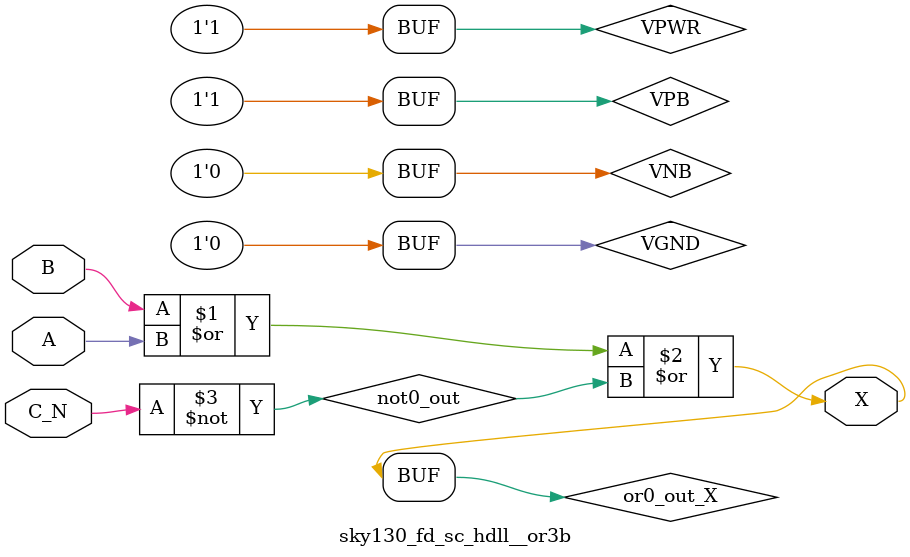
<source format=v>
/*
 * Copyright 2020 The SkyWater PDK Authors
 *
 * Licensed under the Apache License, Version 2.0 (the "License");
 * you may not use this file except in compliance with the License.
 * You may obtain a copy of the License at
 *
 *     https://www.apache.org/licenses/LICENSE-2.0
 *
 * Unless required by applicable law or agreed to in writing, software
 * distributed under the License is distributed on an "AS IS" BASIS,
 * WITHOUT WARRANTIES OR CONDITIONS OF ANY KIND, either express or implied.
 * See the License for the specific language governing permissions and
 * limitations under the License.
 *
 * SPDX-License-Identifier: Apache-2.0
*/


`ifndef SKY130_FD_SC_HDLL__OR3B_BEHAVIORAL_V
`define SKY130_FD_SC_HDLL__OR3B_BEHAVIORAL_V

/**
 * or3b: 3-input OR, first input inverted.
 *
 * Verilog simulation functional model.
 */

`timescale 1ns / 1ps
`default_nettype none

`celldefine
module sky130_fd_sc_hdll__or3b (
    X  ,
    A  ,
    B  ,
    C_N
);

    // Module ports
    output X  ;
    input  A  ;
    input  B  ;
    input  C_N;

    // Module supplies
    supply1 VPWR;
    supply0 VGND;
    supply1 VPB ;
    supply0 VNB ;

    // Local signals
    wire not0_out ;
    wire or0_out_X;

    //  Name  Output     Other arguments
    not not0 (not0_out , C_N            );
    or  or0  (or0_out_X, B, A, not0_out );
    buf buf0 (X        , or0_out_X      );

endmodule
`endcelldefine

`default_nettype wire
`endif  // SKY130_FD_SC_HDLL__OR3B_BEHAVIORAL_V
</source>
